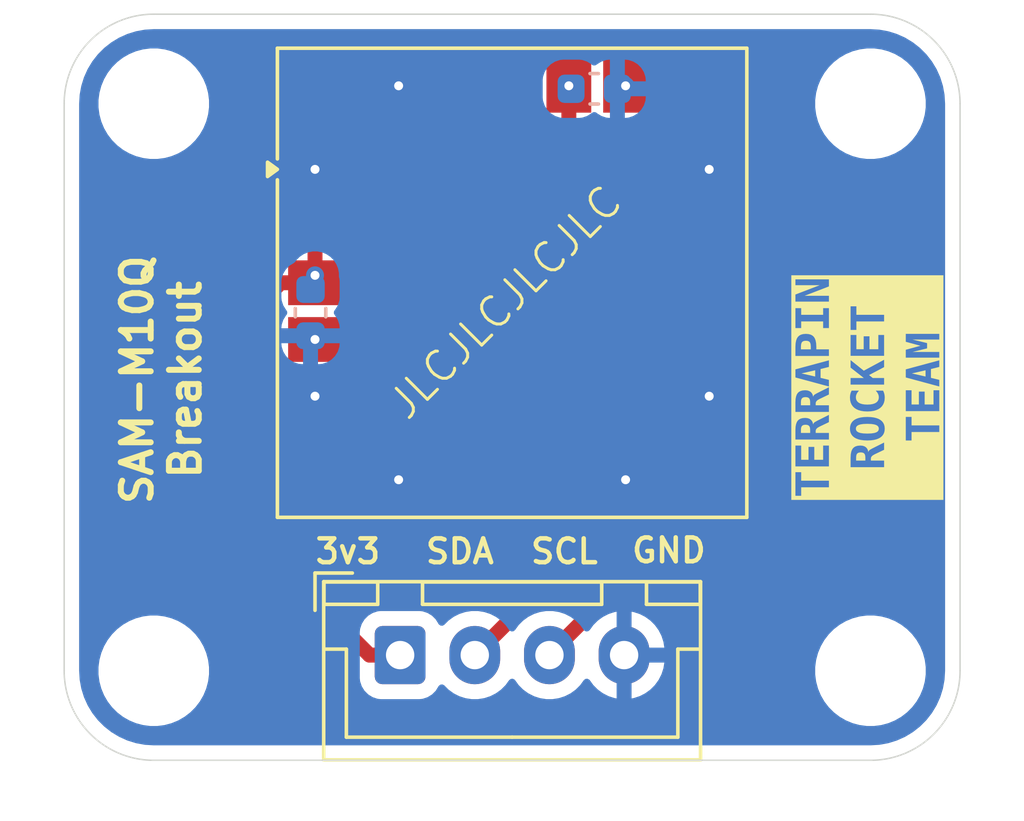
<source format=kicad_pcb>
(kicad_pcb (version 20241229) (generator "pcbnew") (generator_version "9.0")
  (layers (0 "F.Cu" signal) (2 "B.Cu" signal) (13 "F.Paste" user) (15 "B.Paste" user) (5 "F.SilkS" user "F.Silkscreen") (7 "B.SilkS" user "B.Silkscreen") (1 "F.Mask" user) (3 "B.Mask" user) (25 "Edge.Cuts" user))
  (net 0 "")
  (net 1 "+3v3")
  (net 2 "GND")
  (net 3 "/SCL")
  (net 4 "/SDA")
  (footprint "MountingHole:MountingHole_3.2mm_M3" (layer "F.Cu") (at 183 76)
    (property "Reference" "H4" (hide yes))
    (property "Value" "MountingHole")
    (pad "" np_thru_hole circle (at 0 0) (size 3.2 3.2) (drill 3.2) (layers "*.Cu" "*.Mask"))
  )
  (footprint "RF_GPS:ublox_SAM-M8Q" (layer "F.Cu") (at 171 82)
    (property "Reference" "U1" (hide yes))
    (property "Value" "SAM-M10Q")
    (fp_line (start -7.86 -7.86) (end -7.86 -4.15) (stroke (width 0.12)) (layer "F.SilkS"))
    (fp_line (start -7.86 -7.86) (end 7.86 -7.86) (stroke (width 0.12)) (layer "F.SilkS"))
    (fp_line (start -7.86 -3.45) (end -7.86 7.86) (stroke (width 0.12)) (layer "F.SilkS"))
    (fp_line (start -7.86 7.86) (end 7.86 7.86) (stroke (width 0.12)) (layer "F.SilkS"))
    (fp_line (start 7.86 -7.86) (end 7.86 7.86) (stroke (width 0.12)) (layer "F.SilkS"))
    (fp_poly (pts (xy -7.86 -3.8) (xy -8.19 -3.56) (xy -8.19 -4.04) (xy -7.86 -3.8)) (stroke (width 0.12)) (fill yes) (layer "F.SilkS"))
    (pad "1" smd rect (at -6.6 -3.8) (size 1.8 1.5) (layers "F.Cu" "F.Mask") (net 2 "GND"))
    (pad "2" smd rect (at -6.6 -1.9) (size 1.8 1.5) (layers "F.Cu" "F.Mask") (net 1 "+3v3"))
    (pad "3" smd rect (at -6.6 0) (size 1.8 1.5) (layers "F.Cu" "F.Mask") (net 1 "+3v3"))
    (pad "4" smd rect (at -6.6 1.9) (size 1.8 1.5) (layers "F.Cu" "F.Mask") (net 2 "GND"))
    (pad "5" smd rect (at -6.6 3.8) (size 1.8 1.5) (layers "F.Cu" "F.Mask") (net 2 "GND"))
    (pad "6" smd rect (at -3.8 6.6) (size 1.5 1.8) (layers "F.Cu" "F.Mask") (net 2 "GND"))
    (pad "7" smd rect (at -1.9 6.6) (size 1.5 1.8) (layers "F.Cu" "F.Mask"))
    (pad "8" smd rect (at 0 6.6) (size 1.5 1.8) (layers "F.Cu" "F.Mask"))
    (pad "9" smd rect (at 1.9 6.6) (size 1.5 1.8) (layers "F.Cu" "F.Mask") (net 4 "/SDA"))
    (pad "10" smd rect (at 3.8 6.6) (size 1.5 1.8) (layers "F.Cu" "F.Mask") (net 2 "GND"))
    (pad "11" smd rect (at 6.6 3.8) (size 1.8 1.5) (layers "F.Cu" "F.Mask") (net 2 "GND"))
    (pad "12" smd rect (at 6.6 1.9) (size 1.8 1.5) (layers "F.Cu" "F.Mask") (net 3 "/SCL"))
    (pad "13" smd rect (at 6.6 0) (size 1.8 1.5) (layers "F.Cu" "F.Mask"))
    (pad "14" smd rect (at 6.6 -1.9) (size 1.8 1.5) (layers "F.Cu" "F.Mask"))
    (pad "15" smd rect (at 6.6 -3.8) (size 1.8 1.5) (layers "F.Cu" "F.Mask") (net 2 "GND"))
    (pad "16" smd rect (at 3.8 -6.6) (size 1.5 1.8) (layers "F.Cu" "F.Mask") (net 2 "GND"))
    (pad "17" smd rect (at 1.9 -6.6) (size 1.5 1.8) (layers "F.Cu" "F.Mask") (net 1 "+3v3"))
    (pad "18" smd rect (at 0 -6.6) (size 1.5 1.8) (layers "F.Cu" "F.Mask"))
    (pad "19" smd rect (at -1.9 -6.6) (size 1.5 1.8) (layers "F.Cu" "F.Mask"))
    (pad "20" smd rect (at -3.8 -6.6) (size 1.5 1.8) (layers "F.Cu" "F.Mask") (net 2 "GND"))
  )
  (footprint "MountingHole:MountingHole_3.2mm_M3" (layer "F.Cu") (at 183 95)
    (property "Reference" "H1" (hide yes))
    (property "Value" "MountingHole")
    (pad "" np_thru_hole circle (at 0 0) (size 3.2 3.2) (drill 3.2) (layers "*.Cu" "*.Mask"))
  )
  (footprint "MountingHole:MountingHole_3.2mm_M3" (layer "F.Cu") (at 159 76)
    (property "Reference" "H3" (hide yes))
    (property "Value" "MountingHole")
    (pad "" np_thru_hole circle (at 0 0) (size 3.2 3.2) (drill 3.2) (layers "*.Cu" "*.Mask"))
  )
  (footprint "MountingHole:MountingHole_3.2mm_M3" (layer "F.Cu") (at 159 95)
    (property "Reference" "H2" (hide yes))
    (property "Value" "MountingHole")
    (pad "" np_thru_hole circle (at 0 0) (size 3.2 3.2) (drill 3.2) (layers "*.Cu" "*.Mask"))
  )
  (footprint "Connector_JST:JST_XH_B4B-XH-A_1x04_P2.50mm_Vertical" (layer "F.Cu") (at 167.25 94.475)
    (property "Reference" "J1" (hide yes))
    (property "Value" "I2C")
    (fp_line (start -2.85 -2.75) (end -2.85 -1.5) (stroke (width 0.12)) (layer "F.SilkS"))
    (fp_line (start -2.56 -2.46) (end -2.56 3.51) (stroke (width 0.12)) (layer "F.SilkS"))
    (fp_line (start -2.56 3.51) (end 10.06 3.51) (stroke (width 0.12)) (layer "F.SilkS"))
    (fp_line (start -2.55 -2.45) (end -2.55 -1.7) (stroke (width 0.12)) (layer "F.SilkS"))
    (fp_line (start -2.55 -1.7) (end -0.75 -1.7) (stroke (width 0.12)) (layer "F.SilkS"))
    (fp_line (start -2.55 -0.2) (end -1.8 -0.2) (stroke (width 0.12)) (layer "F.SilkS"))
    (fp_line (start -1.8 -0.2) (end -1.8 2.75) (stroke (width 0.12)) (layer "F.SilkS"))
    (fp_line (start -1.8 2.75) (end 3.75 2.75) (stroke (width 0.12)) (layer "F.SilkS"))
    (fp_line (start -1.6 -2.75) (end -2.85 -2.75) (stroke (width 0.12)) (layer "F.SilkS"))
    (fp_line (start -0.75 -2.45) (end -2.55 -2.45) (stroke (width 0.12)) (layer "F.SilkS"))
    (fp_line (start -0.75 -1.7) (end -0.75 -2.45) (stroke (width 0.12)) (layer "F.SilkS"))
    (fp_line (start 0.75 -2.45) (end 0.75 -1.7) (stroke (width 0.12)) (layer "F.SilkS"))
    (fp_line (start 0.75 -1.7) (end 6.75 -1.7) (stroke (width 0.12)) (layer "F.SilkS"))
    (fp_line (start 6.75 -2.45) (end 0.75 -2.45) (stroke (width 0.12)) (layer "F.SilkS"))
    (fp_line (start 6.75 -1.7) (end 6.75 -2.45) (stroke (width 0.12)) (layer "F.SilkS"))
    (fp_line (start 8.25 -2.45) (end 8.25 -1.7) (stroke (width 0.12)) (layer "F.SilkS"))
    (fp_line (start 8.25 -1.7) (end 10.05 -1.7) (stroke (width 0.12)) (layer "F.SilkS"))
    (fp_line (start 9.3 -0.2) (end 9.3 2.75) (stroke (width 0.12)) (layer "F.SilkS"))
    (fp_line (start 9.3 2.75) (end 3.75 2.75) (stroke (width 0.12)) (layer "F.SilkS"))
    (fp_line (start 10.05 -2.45) (end 8.25 -2.45) (stroke (width 0.12)) (layer "F.SilkS"))
    (fp_line (start 10.05 -1.7) (end 10.05 -2.45) (stroke (width 0.12)) (layer "F.SilkS"))
    (fp_line (start 10.05 -0.2) (end 9.3 -0.2) (stroke (width 0.12)) (layer "F.SilkS"))
    (fp_line (start 10.06 -2.46) (end -2.56 -2.46) (stroke (width 0.12)) (layer "F.SilkS"))
    (fp_line (start 10.06 3.51) (end 10.06 -2.46) (stroke (width 0.12)) (layer "F.SilkS"))
    (pad "1" thru_hole roundrect (at 0 0) (size 1.7 1.95) (drill 0.95) (layers "*.Cu" "*.Mask") (roundrect_rratio 0.147059) (net 1 "+3v3"))
    (pad "2" thru_hole oval (at 2.5 0) (size 1.7 1.95) (drill 0.95) (layers "*.Cu" "*.Mask") (net 4 "/SDA"))
    (pad "3" thru_hole oval (at 5 0) (size 1.7 1.95) (drill 0.95) (layers "*.Cu" "*.Mask") (net 3 "/SCL"))
    (pad "4" thru_hole oval (at 7.5 0) (size 1.7 1.95) (drill 0.95) (layers "*.Cu" "*.Mask") (net 2 "GND"))
  )
  (footprint "Capacitor_SMD:C_0603_1608Metric" (layer "B.Cu") (at 164.25 83 -90)
    (property "Reference" "C1" (hide yes))
    (property "Value" "100nF")
    (fp_line (start -0.140581 0.51) (end 0.140581 0.51) (stroke (width 0.12)) (layer "B.SilkS"))
    (fp_line (start -0.140581 -0.51) (end 0.140581 -0.51) (stroke (width 0.12)) (layer "B.SilkS"))
    (pad "1" smd roundrect (at -0.775 0 270) (size 0.9 0.95) (layers "B.Cu" "B.Mask" "B.Paste") (net 1 "+3v3"))
    (pad "2" smd roundrect (at 0.775 0 270) (size 0.9 0.95) (layers "B.Cu" "B.Mask" "B.Paste") (net 2 "GND"))
  )
  (footprint "Capacitor_SMD:C_0603_1608Metric" (layer "B.Cu") (at 173.75 75.5)
    (property "Reference" "C2" (hide yes))
    (property "Value" "100nF")
    (fp_line (start -0.140581 -0.51) (end 0.140581 -0.51) (stroke (width 0.12)) (layer "B.SilkS"))
    (fp_line (start -0.140581 0.51) (end 0.140581 0.51) (stroke (width 0.12)) (layer "B.SilkS"))
    (pad "1" smd roundrect (at -0.775 0) (size 0.9 0.95) (layers "B.Cu" "B.Mask" "B.Paste") (net 1 "+3v3"))
    (pad "2" smd roundrect (at 0.775 0) (size 0.9 0.95) (layers "B.Cu" "B.Mask" "B.Paste") (net 2 "GND"))
  )
  (gr_line (start 186 76) (end 186 95) (stroke (width 0.05)) (layer "Edge.Cuts"))
  (gr_arc (start 159 98) (mid 156.87868 97.12132) (end 156 95) (stroke (width 0.05)) (layer "Edge.Cuts"))
  (gr_arc (start 156 76) (mid 156.87868 73.87868) (end 159 73) (stroke (width 0.05)) (layer "Edge.Cuts"))
  (gr_line (start 159 73) (end 183 73) (stroke (width 0.05)) (layer "Edge.Cuts"))
  (gr_arc (start 186 95) (mid 185.12132 97.12132) (end 183 98) (stroke (width 0.05)) (layer "Edge.Cuts"))
  (gr_line (start 156 95) (end 156 76) (stroke (width 0.05)) (layer "Edge.Cuts"))
  (gr_line (start 183 98) (end 159 98) (stroke (width 0.05)) (layer "Edge.Cuts"))
  (gr_arc (start 183 73) (mid 185.12132 73.87868) (end 186 76) (stroke (width 0.05)) (layer "Edge.Cuts"))
  (gr_text "SDA" (at 169.25 91 0) (layer "F.SilkS") (effects (font (size 0.8 0.8))))
  (gr_text "SCL" (at 172.75 91 0) (layer "F.SilkS") (effects (font (size 0.8 0.8))))
  (gr_text "3v3" (at 165.5 91 0) (layer "F.SilkS") (effects (font (size 0.8 0.8))))
  (gr_text "JLCJLCJLCJLC" (at 167.5 86.75 45) (layer "F.SilkS") (effects (font (size 1 1) (thickness 0.1)) (justify left bottom)))
  (gr_text "GND" (at 176.25 90.5 0) (layer "F.SilkS") (effects (font (size 0.8 0.8)) (justify top)))
  (gr_text "TERRAPIN\nROCKET\nTEAM" (at 183 85.5 90) (layer "F.SilkS" knockout) (effects (font (size 1.1 1.1) (thickness 0.275) (bold yes))))
  (gr_text "SAM-M10Q\nBreakout" (at 159.25 85.25 90) (layer "F.SilkS") (effects (font (size 1 1) (thickness 0.2) (bold yes))))
  (segment (start 163.25 82) (end 164.4 82) (width 0.5) (layer "F.Cu") (net 1))
  (segment (start 161.75 83.5) (end 163.25 82) (width 0.5) (layer "F.Cu") (net 1))
  (segment (start 166.225 94.475) (end 161.75 90) (width 0.5) (layer "F.Cu") (net 1))
  (segment (start 161.75 90) (end 161.75 83.5) (width 0.5) (layer "F.Cu") (net 1))
  (segment (start 164.4 82) (end 164.4 81.75) (width 0.5) (layer "F.Cu") (net 1))
  (segment (start 164.4 80.1) (end 169.6 80.1) (width 0.5) (layer "F.Cu") (net 1))
  (segment (start 167.25 94.475) (end 166.225 94.475) (width 0.5) (layer "F.Cu") (net 1))
  (segment (start 169.6 80.1) (end 172.9 76.8) (width 0.5) (layer "F.Cu") (net 1))
  (segment (start 164.4 81.75) (end 164.4 80.1) (width 0.5) (layer "F.Cu") (net 1))
  (segment (start 172.9 76.8) (end 172.9 75.4) (width 0.5) (layer "F.Cu") (net 1))
  (via (at 164.4 81.75) (size 0.6) (drill 0.3) (layers "F.Cu" "B.Cu") (net 1))
  (via (at 172.9 75.4) (size 0.6) (drill 0.3) (layers "F.Cu" "B.Cu") (net 1))
  (via (at 164.4 78.2) (size 0.6) (drill 0.3) (layers "F.Cu" "B.Cu") (net 2))
  (via (at 177.6 85.8) (size 0.6) (drill 0.3) (layers "F.Cu" "B.Cu") (net 2))
  (via (at 174.8 75.4) (size 0.6) (drill 0.3) (layers "F.Cu" "B.Cu") (net 2))
  (via (at 177.6 78.2) (size 0.6) (drill 0.3) (layers "F.Cu" "B.Cu") (net 2))
  (via (at 167.2 75.4) (size 0.6) (drill 0.3) (layers "F.Cu" "B.Cu") (net 2))
  (via (at 164.4 85.8) (size 0.6) (drill 0.3) (layers "F.Cu" "B.Cu") (net 2))
  (via (at 167.2 88.6) (size 0.6) (drill 0.3) (layers "F.Cu" "B.Cu") (net 2))
  (via (at 174.8 88.6) (size 0.6) (drill 0.3) (layers "F.Cu" "B.Cu") (net 2))
  (via (at 164.4 83.9) (size 0.6) (drill 0.3) (layers "F.Cu" "B.Cu") (net 2))
  (segment (start 172.25 94.475) (end 172.25 94.45) (width 0.5) (layer "F.Cu") (net 3))
  (segment (start 179.578 87.122) (end 179.578 84.478) (width 0.5) (layer "F.Cu") (net 3))
  (segment (start 179 83.9) (end 177.6 83.9) (width 0.5) (layer "F.Cu") (net 3))
  (segment (start 179.578 84.478) (end 179 83.9) (width 0.5) (layer "F.Cu") (net 3))
  (segment (start 172.25 94.45) (end 179.578 87.122) (width 0.5) (layer "F.Cu") (net 3))
  (segment (start 169.75 94.475) (end 172.9 91.325) (width 0.5) (layer "F.Cu") (net 4))
  (segment (start 172.9 91.325) (end 172.9 88.6) (width 0.5) (layer "F.Cu") (net 4))
  (zone (net 2) (net_name "GND") (layer "B.Cu") (connect_pads (clearance 0.5)) (min_thickness 0.25) (fill yes (thermal_gap 0.5) (thermal_bridge_width 0.5))
    (polygon (pts (xy 186 73) (xy 156 73) (xy 156 98) (xy 186 98)))
  )
)
</source>
